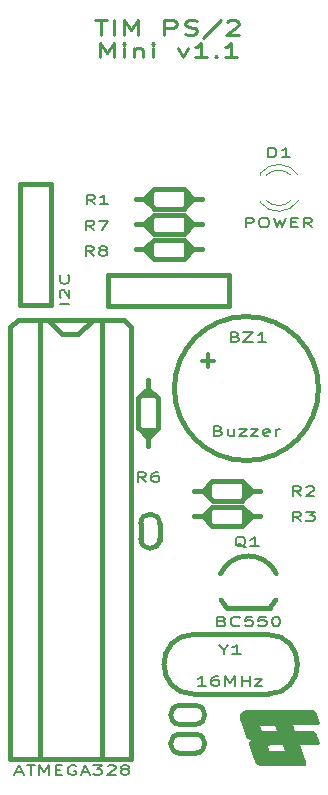
<source format=gbr>
%TF.GenerationSoftware,KiCad,Pcbnew,8.0.5*%
%TF.CreationDate,2024-11-15T12:40:48+00:00*%
%TF.ProjectId,TIMPS2KeyMini,54494d50-5332-44b6-9579-4d696e692e6b,rev?*%
%TF.SameCoordinates,Original*%
%TF.FileFunction,Legend,Top*%
%TF.FilePolarity,Positive*%
%FSLAX46Y46*%
G04 Gerber Fmt 4.6, Leading zero omitted, Abs format (unit mm)*
G04 Created by KiCad (PCBNEW 8.0.5) date 2024-11-15 12:40:48*
%MOMM*%
%LPD*%
G01*
G04 APERTURE LIST*
%ADD10C,0.240000*%
%ADD11C,0.200000*%
%ADD12C,0.300000*%
%ADD13C,0.400000*%
%ADD14C,0.120000*%
%ADD15C,0.000000*%
G04 APERTURE END LIST*
D10*
X119435713Y-39508729D02*
X120464285Y-39508729D01*
X119949999Y-40708729D02*
X119949999Y-39508729D01*
X121064285Y-40708729D02*
X121064285Y-39508729D01*
X121921428Y-40708729D02*
X121921428Y-39508729D01*
X121921428Y-39508729D02*
X122521428Y-40365872D01*
X122521428Y-40365872D02*
X123121428Y-39508729D01*
X123121428Y-39508729D02*
X123121428Y-40708729D01*
X125350000Y-40708729D02*
X125350000Y-39508729D01*
X125350000Y-39508729D02*
X126035714Y-39508729D01*
X126035714Y-39508729D02*
X126207143Y-39565872D01*
X126207143Y-39565872D02*
X126292857Y-39623015D01*
X126292857Y-39623015D02*
X126378571Y-39737301D01*
X126378571Y-39737301D02*
X126378571Y-39908729D01*
X126378571Y-39908729D02*
X126292857Y-40023015D01*
X126292857Y-40023015D02*
X126207143Y-40080158D01*
X126207143Y-40080158D02*
X126035714Y-40137301D01*
X126035714Y-40137301D02*
X125350000Y-40137301D01*
X127064286Y-40651587D02*
X127321429Y-40708729D01*
X127321429Y-40708729D02*
X127750000Y-40708729D01*
X127750000Y-40708729D02*
X127921429Y-40651587D01*
X127921429Y-40651587D02*
X128007143Y-40594444D01*
X128007143Y-40594444D02*
X128092857Y-40480158D01*
X128092857Y-40480158D02*
X128092857Y-40365872D01*
X128092857Y-40365872D02*
X128007143Y-40251587D01*
X128007143Y-40251587D02*
X127921429Y-40194444D01*
X127921429Y-40194444D02*
X127750000Y-40137301D01*
X127750000Y-40137301D02*
X127407143Y-40080158D01*
X127407143Y-40080158D02*
X127235714Y-40023015D01*
X127235714Y-40023015D02*
X127150000Y-39965872D01*
X127150000Y-39965872D02*
X127064286Y-39851587D01*
X127064286Y-39851587D02*
X127064286Y-39737301D01*
X127064286Y-39737301D02*
X127150000Y-39623015D01*
X127150000Y-39623015D02*
X127235714Y-39565872D01*
X127235714Y-39565872D02*
X127407143Y-39508729D01*
X127407143Y-39508729D02*
X127835714Y-39508729D01*
X127835714Y-39508729D02*
X128092857Y-39565872D01*
X130150000Y-39451587D02*
X128607143Y-40994444D01*
X130664286Y-39623015D02*
X130750000Y-39565872D01*
X130750000Y-39565872D02*
X130921429Y-39508729D01*
X130921429Y-39508729D02*
X131350000Y-39508729D01*
X131350000Y-39508729D02*
X131521429Y-39565872D01*
X131521429Y-39565872D02*
X131607143Y-39623015D01*
X131607143Y-39623015D02*
X131692857Y-39737301D01*
X131692857Y-39737301D02*
X131692857Y-39851587D01*
X131692857Y-39851587D02*
X131607143Y-40023015D01*
X131607143Y-40023015D02*
X130578571Y-40708729D01*
X130578571Y-40708729D02*
X131692857Y-40708729D01*
X119864285Y-42640662D02*
X119864285Y-41440662D01*
X119864285Y-41440662D02*
X120464285Y-42297805D01*
X120464285Y-42297805D02*
X121064285Y-41440662D01*
X121064285Y-41440662D02*
X121064285Y-42640662D01*
X121921428Y-42640662D02*
X121921428Y-41840662D01*
X121921428Y-41440662D02*
X121835714Y-41497805D01*
X121835714Y-41497805D02*
X121921428Y-41554948D01*
X121921428Y-41554948D02*
X122007142Y-41497805D01*
X122007142Y-41497805D02*
X121921428Y-41440662D01*
X121921428Y-41440662D02*
X121921428Y-41554948D01*
X122778571Y-41840662D02*
X122778571Y-42640662D01*
X122778571Y-41954948D02*
X122864285Y-41897805D01*
X122864285Y-41897805D02*
X123035714Y-41840662D01*
X123035714Y-41840662D02*
X123292857Y-41840662D01*
X123292857Y-41840662D02*
X123464285Y-41897805D01*
X123464285Y-41897805D02*
X123550000Y-42012091D01*
X123550000Y-42012091D02*
X123550000Y-42640662D01*
X124407142Y-42640662D02*
X124407142Y-41840662D01*
X124407142Y-41440662D02*
X124321428Y-41497805D01*
X124321428Y-41497805D02*
X124407142Y-41554948D01*
X124407142Y-41554948D02*
X124492856Y-41497805D01*
X124492856Y-41497805D02*
X124407142Y-41440662D01*
X124407142Y-41440662D02*
X124407142Y-41554948D01*
X126464285Y-41840662D02*
X126892857Y-42640662D01*
X126892857Y-42640662D02*
X127321428Y-41840662D01*
X128950000Y-42640662D02*
X127921429Y-42640662D01*
X128435714Y-42640662D02*
X128435714Y-41440662D01*
X128435714Y-41440662D02*
X128264286Y-41612091D01*
X128264286Y-41612091D02*
X128092857Y-41726377D01*
X128092857Y-41726377D02*
X127921429Y-41783520D01*
X129721429Y-42526377D02*
X129807143Y-42583520D01*
X129807143Y-42583520D02*
X129721429Y-42640662D01*
X129721429Y-42640662D02*
X129635715Y-42583520D01*
X129635715Y-42583520D02*
X129721429Y-42526377D01*
X129721429Y-42526377D02*
X129721429Y-42640662D01*
X131521429Y-42640662D02*
X130492858Y-42640662D01*
X131007143Y-42640662D02*
X131007143Y-41440662D01*
X131007143Y-41440662D02*
X130835715Y-41612091D01*
X130835715Y-41612091D02*
X130664286Y-41726377D01*
X130664286Y-41726377D02*
X130492858Y-41783520D01*
D11*
X131352857Y-66310647D02*
X131524285Y-66348742D01*
X131524285Y-66348742D02*
X131581428Y-66386838D01*
X131581428Y-66386838D02*
X131638571Y-66463028D01*
X131638571Y-66463028D02*
X131638571Y-66577314D01*
X131638571Y-66577314D02*
X131581428Y-66653504D01*
X131581428Y-66653504D02*
X131524285Y-66691600D01*
X131524285Y-66691600D02*
X131410000Y-66729695D01*
X131410000Y-66729695D02*
X130952857Y-66729695D01*
X130952857Y-66729695D02*
X130952857Y-65929695D01*
X130952857Y-65929695D02*
X131352857Y-65929695D01*
X131352857Y-65929695D02*
X131467143Y-65967790D01*
X131467143Y-65967790D02*
X131524285Y-66005885D01*
X131524285Y-66005885D02*
X131581428Y-66082076D01*
X131581428Y-66082076D02*
X131581428Y-66158266D01*
X131581428Y-66158266D02*
X131524285Y-66234457D01*
X131524285Y-66234457D02*
X131467143Y-66272552D01*
X131467143Y-66272552D02*
X131352857Y-66310647D01*
X131352857Y-66310647D02*
X130952857Y-66310647D01*
X132038571Y-65929695D02*
X132838571Y-65929695D01*
X132838571Y-65929695D02*
X132038571Y-66729695D01*
X132038571Y-66729695D02*
X132838571Y-66729695D01*
X133924285Y-66729695D02*
X133238571Y-66729695D01*
X133581428Y-66729695D02*
X133581428Y-65929695D01*
X133581428Y-65929695D02*
X133467142Y-66043980D01*
X133467142Y-66043980D02*
X133352857Y-66120171D01*
X133352857Y-66120171D02*
X133238571Y-66158266D01*
X129915714Y-74260647D02*
X130087142Y-74298742D01*
X130087142Y-74298742D02*
X130144285Y-74336838D01*
X130144285Y-74336838D02*
X130201428Y-74413028D01*
X130201428Y-74413028D02*
X130201428Y-74527314D01*
X130201428Y-74527314D02*
X130144285Y-74603504D01*
X130144285Y-74603504D02*
X130087142Y-74641600D01*
X130087142Y-74641600D02*
X129972857Y-74679695D01*
X129972857Y-74679695D02*
X129515714Y-74679695D01*
X129515714Y-74679695D02*
X129515714Y-73879695D01*
X129515714Y-73879695D02*
X129915714Y-73879695D01*
X129915714Y-73879695D02*
X130030000Y-73917790D01*
X130030000Y-73917790D02*
X130087142Y-73955885D01*
X130087142Y-73955885D02*
X130144285Y-74032076D01*
X130144285Y-74032076D02*
X130144285Y-74108266D01*
X130144285Y-74108266D02*
X130087142Y-74184457D01*
X130087142Y-74184457D02*
X130030000Y-74222552D01*
X130030000Y-74222552D02*
X129915714Y-74260647D01*
X129915714Y-74260647D02*
X129515714Y-74260647D01*
X131230000Y-74146361D02*
X131230000Y-74679695D01*
X130715714Y-74146361D02*
X130715714Y-74565409D01*
X130715714Y-74565409D02*
X130772857Y-74641600D01*
X130772857Y-74641600D02*
X130887142Y-74679695D01*
X130887142Y-74679695D02*
X131058571Y-74679695D01*
X131058571Y-74679695D02*
X131172857Y-74641600D01*
X131172857Y-74641600D02*
X131230000Y-74603504D01*
X131687142Y-74146361D02*
X132315714Y-74146361D01*
X132315714Y-74146361D02*
X131687142Y-74679695D01*
X131687142Y-74679695D02*
X132315714Y-74679695D01*
X132658571Y-74146361D02*
X133287143Y-74146361D01*
X133287143Y-74146361D02*
X132658571Y-74679695D01*
X132658571Y-74679695D02*
X133287143Y-74679695D01*
X134201429Y-74641600D02*
X134087143Y-74679695D01*
X134087143Y-74679695D02*
X133858572Y-74679695D01*
X133858572Y-74679695D02*
X133744286Y-74641600D01*
X133744286Y-74641600D02*
X133687143Y-74565409D01*
X133687143Y-74565409D02*
X133687143Y-74260647D01*
X133687143Y-74260647D02*
X133744286Y-74184457D01*
X133744286Y-74184457D02*
X133858572Y-74146361D01*
X133858572Y-74146361D02*
X134087143Y-74146361D01*
X134087143Y-74146361D02*
X134201429Y-74184457D01*
X134201429Y-74184457D02*
X134258572Y-74260647D01*
X134258572Y-74260647D02*
X134258572Y-74336838D01*
X134258572Y-74336838D02*
X133687143Y-74413028D01*
X134772857Y-74679695D02*
X134772857Y-74146361D01*
X134772857Y-74298742D02*
X134830000Y-74222552D01*
X134830000Y-74222552D02*
X134887143Y-74184457D01*
X134887143Y-74184457D02*
X135001428Y-74146361D01*
X135001428Y-74146361D02*
X135115714Y-74146361D01*
D12*
X128496667Y-68308733D02*
X129563334Y-68308733D01*
X129030000Y-68842066D02*
X129030000Y-67775400D01*
D11*
X132235714Y-84115885D02*
X132121428Y-84077790D01*
X132121428Y-84077790D02*
X132007142Y-84001600D01*
X132007142Y-84001600D02*
X131835714Y-83887314D01*
X131835714Y-83887314D02*
X131721428Y-83849219D01*
X131721428Y-83849219D02*
X131607142Y-83849219D01*
X131664285Y-84039695D02*
X131550000Y-84001600D01*
X131550000Y-84001600D02*
X131435714Y-83925409D01*
X131435714Y-83925409D02*
X131378571Y-83773028D01*
X131378571Y-83773028D02*
X131378571Y-83506361D01*
X131378571Y-83506361D02*
X131435714Y-83353980D01*
X131435714Y-83353980D02*
X131550000Y-83277790D01*
X131550000Y-83277790D02*
X131664285Y-83239695D01*
X131664285Y-83239695D02*
X131892857Y-83239695D01*
X131892857Y-83239695D02*
X132007142Y-83277790D01*
X132007142Y-83277790D02*
X132121428Y-83353980D01*
X132121428Y-83353980D02*
X132178571Y-83506361D01*
X132178571Y-83506361D02*
X132178571Y-83773028D01*
X132178571Y-83773028D02*
X132121428Y-83925409D01*
X132121428Y-83925409D02*
X132007142Y-84001600D01*
X132007142Y-84001600D02*
X131892857Y-84039695D01*
X131892857Y-84039695D02*
X131664285Y-84039695D01*
X133321428Y-84039695D02*
X132635714Y-84039695D01*
X132978571Y-84039695D02*
X132978571Y-83239695D01*
X132978571Y-83239695D02*
X132864285Y-83353980D01*
X132864285Y-83353980D02*
X132750000Y-83430171D01*
X132750000Y-83430171D02*
X132635714Y-83468266D01*
X130221429Y-90380647D02*
X130392857Y-90418742D01*
X130392857Y-90418742D02*
X130450000Y-90456838D01*
X130450000Y-90456838D02*
X130507143Y-90533028D01*
X130507143Y-90533028D02*
X130507143Y-90647314D01*
X130507143Y-90647314D02*
X130450000Y-90723504D01*
X130450000Y-90723504D02*
X130392857Y-90761600D01*
X130392857Y-90761600D02*
X130278572Y-90799695D01*
X130278572Y-90799695D02*
X129821429Y-90799695D01*
X129821429Y-90799695D02*
X129821429Y-89999695D01*
X129821429Y-89999695D02*
X130221429Y-89999695D01*
X130221429Y-89999695D02*
X130335715Y-90037790D01*
X130335715Y-90037790D02*
X130392857Y-90075885D01*
X130392857Y-90075885D02*
X130450000Y-90152076D01*
X130450000Y-90152076D02*
X130450000Y-90228266D01*
X130450000Y-90228266D02*
X130392857Y-90304457D01*
X130392857Y-90304457D02*
X130335715Y-90342552D01*
X130335715Y-90342552D02*
X130221429Y-90380647D01*
X130221429Y-90380647D02*
X129821429Y-90380647D01*
X131707143Y-90723504D02*
X131650000Y-90761600D01*
X131650000Y-90761600D02*
X131478572Y-90799695D01*
X131478572Y-90799695D02*
X131364286Y-90799695D01*
X131364286Y-90799695D02*
X131192857Y-90761600D01*
X131192857Y-90761600D02*
X131078572Y-90685409D01*
X131078572Y-90685409D02*
X131021429Y-90609219D01*
X131021429Y-90609219D02*
X130964286Y-90456838D01*
X130964286Y-90456838D02*
X130964286Y-90342552D01*
X130964286Y-90342552D02*
X131021429Y-90190171D01*
X131021429Y-90190171D02*
X131078572Y-90113980D01*
X131078572Y-90113980D02*
X131192857Y-90037790D01*
X131192857Y-90037790D02*
X131364286Y-89999695D01*
X131364286Y-89999695D02*
X131478572Y-89999695D01*
X131478572Y-89999695D02*
X131650000Y-90037790D01*
X131650000Y-90037790D02*
X131707143Y-90075885D01*
X132792857Y-89999695D02*
X132221429Y-89999695D01*
X132221429Y-89999695D02*
X132164286Y-90380647D01*
X132164286Y-90380647D02*
X132221429Y-90342552D01*
X132221429Y-90342552D02*
X132335715Y-90304457D01*
X132335715Y-90304457D02*
X132621429Y-90304457D01*
X132621429Y-90304457D02*
X132735715Y-90342552D01*
X132735715Y-90342552D02*
X132792857Y-90380647D01*
X132792857Y-90380647D02*
X132850000Y-90456838D01*
X132850000Y-90456838D02*
X132850000Y-90647314D01*
X132850000Y-90647314D02*
X132792857Y-90723504D01*
X132792857Y-90723504D02*
X132735715Y-90761600D01*
X132735715Y-90761600D02*
X132621429Y-90799695D01*
X132621429Y-90799695D02*
X132335715Y-90799695D01*
X132335715Y-90799695D02*
X132221429Y-90761600D01*
X132221429Y-90761600D02*
X132164286Y-90723504D01*
X133935714Y-89999695D02*
X133364286Y-89999695D01*
X133364286Y-89999695D02*
X133307143Y-90380647D01*
X133307143Y-90380647D02*
X133364286Y-90342552D01*
X133364286Y-90342552D02*
X133478572Y-90304457D01*
X133478572Y-90304457D02*
X133764286Y-90304457D01*
X133764286Y-90304457D02*
X133878572Y-90342552D01*
X133878572Y-90342552D02*
X133935714Y-90380647D01*
X133935714Y-90380647D02*
X133992857Y-90456838D01*
X133992857Y-90456838D02*
X133992857Y-90647314D01*
X133992857Y-90647314D02*
X133935714Y-90723504D01*
X133935714Y-90723504D02*
X133878572Y-90761600D01*
X133878572Y-90761600D02*
X133764286Y-90799695D01*
X133764286Y-90799695D02*
X133478572Y-90799695D01*
X133478572Y-90799695D02*
X133364286Y-90761600D01*
X133364286Y-90761600D02*
X133307143Y-90723504D01*
X134735714Y-89999695D02*
X134850000Y-89999695D01*
X134850000Y-89999695D02*
X134964286Y-90037790D01*
X134964286Y-90037790D02*
X135021429Y-90075885D01*
X135021429Y-90075885D02*
X135078571Y-90152076D01*
X135078571Y-90152076D02*
X135135714Y-90304457D01*
X135135714Y-90304457D02*
X135135714Y-90494933D01*
X135135714Y-90494933D02*
X135078571Y-90647314D01*
X135078571Y-90647314D02*
X135021429Y-90723504D01*
X135021429Y-90723504D02*
X134964286Y-90761600D01*
X134964286Y-90761600D02*
X134850000Y-90799695D01*
X134850000Y-90799695D02*
X134735714Y-90799695D01*
X134735714Y-90799695D02*
X134621429Y-90761600D01*
X134621429Y-90761600D02*
X134564286Y-90723504D01*
X134564286Y-90723504D02*
X134507143Y-90647314D01*
X134507143Y-90647314D02*
X134450000Y-90494933D01*
X134450000Y-90494933D02*
X134450000Y-90304457D01*
X134450000Y-90304457D02*
X134507143Y-90152076D01*
X134507143Y-90152076D02*
X134564286Y-90075885D01*
X134564286Y-90075885D02*
X134621429Y-90037790D01*
X134621429Y-90037790D02*
X134735714Y-89999695D01*
X130368571Y-92788742D02*
X130368571Y-93169695D01*
X129968571Y-92369695D02*
X130368571Y-92788742D01*
X130368571Y-92788742D02*
X130768571Y-92369695D01*
X131797142Y-93169695D02*
X131111428Y-93169695D01*
X131454285Y-93169695D02*
X131454285Y-92369695D01*
X131454285Y-92369695D02*
X131339999Y-92483980D01*
X131339999Y-92483980D02*
X131225714Y-92560171D01*
X131225714Y-92560171D02*
X131111428Y-92598266D01*
X128851428Y-95839695D02*
X128165714Y-95839695D01*
X128508571Y-95839695D02*
X128508571Y-95039695D01*
X128508571Y-95039695D02*
X128394285Y-95153980D01*
X128394285Y-95153980D02*
X128280000Y-95230171D01*
X128280000Y-95230171D02*
X128165714Y-95268266D01*
X129880000Y-95039695D02*
X129651428Y-95039695D01*
X129651428Y-95039695D02*
X129537142Y-95077790D01*
X129537142Y-95077790D02*
X129480000Y-95115885D01*
X129480000Y-95115885D02*
X129365714Y-95230171D01*
X129365714Y-95230171D02*
X129308571Y-95382552D01*
X129308571Y-95382552D02*
X129308571Y-95687314D01*
X129308571Y-95687314D02*
X129365714Y-95763504D01*
X129365714Y-95763504D02*
X129422857Y-95801600D01*
X129422857Y-95801600D02*
X129537142Y-95839695D01*
X129537142Y-95839695D02*
X129765714Y-95839695D01*
X129765714Y-95839695D02*
X129880000Y-95801600D01*
X129880000Y-95801600D02*
X129937142Y-95763504D01*
X129937142Y-95763504D02*
X129994285Y-95687314D01*
X129994285Y-95687314D02*
X129994285Y-95496838D01*
X129994285Y-95496838D02*
X129937142Y-95420647D01*
X129937142Y-95420647D02*
X129880000Y-95382552D01*
X129880000Y-95382552D02*
X129765714Y-95344457D01*
X129765714Y-95344457D02*
X129537142Y-95344457D01*
X129537142Y-95344457D02*
X129422857Y-95382552D01*
X129422857Y-95382552D02*
X129365714Y-95420647D01*
X129365714Y-95420647D02*
X129308571Y-95496838D01*
X130508571Y-95839695D02*
X130508571Y-95039695D01*
X130508571Y-95039695D02*
X130908571Y-95611123D01*
X130908571Y-95611123D02*
X131308571Y-95039695D01*
X131308571Y-95039695D02*
X131308571Y-95839695D01*
X131880000Y-95839695D02*
X131880000Y-95039695D01*
X131880000Y-95420647D02*
X132565714Y-95420647D01*
X132565714Y-95839695D02*
X132565714Y-95039695D01*
X133022857Y-95306361D02*
X133651429Y-95306361D01*
X133651429Y-95306361D02*
X133022857Y-95839695D01*
X133022857Y-95839695D02*
X133651429Y-95839695D01*
X134129286Y-51089695D02*
X134129286Y-50289695D01*
X134129286Y-50289695D02*
X134415000Y-50289695D01*
X134415000Y-50289695D02*
X134586429Y-50327790D01*
X134586429Y-50327790D02*
X134700714Y-50403980D01*
X134700714Y-50403980D02*
X134757857Y-50480171D01*
X134757857Y-50480171D02*
X134815000Y-50632552D01*
X134815000Y-50632552D02*
X134815000Y-50746838D01*
X134815000Y-50746838D02*
X134757857Y-50899219D01*
X134757857Y-50899219D02*
X134700714Y-50975409D01*
X134700714Y-50975409D02*
X134586429Y-51051600D01*
X134586429Y-51051600D02*
X134415000Y-51089695D01*
X134415000Y-51089695D02*
X134129286Y-51089695D01*
X135957857Y-51089695D02*
X135272143Y-51089695D01*
X135615000Y-51089695D02*
X135615000Y-50289695D01*
X135615000Y-50289695D02*
X135500714Y-50403980D01*
X135500714Y-50403980D02*
X135386429Y-50480171D01*
X135386429Y-50480171D02*
X135272143Y-50518266D01*
X132243571Y-57009695D02*
X132243571Y-56209695D01*
X132243571Y-56209695D02*
X132700714Y-56209695D01*
X132700714Y-56209695D02*
X132814999Y-56247790D01*
X132814999Y-56247790D02*
X132872142Y-56285885D01*
X132872142Y-56285885D02*
X132929285Y-56362076D01*
X132929285Y-56362076D02*
X132929285Y-56476361D01*
X132929285Y-56476361D02*
X132872142Y-56552552D01*
X132872142Y-56552552D02*
X132814999Y-56590647D01*
X132814999Y-56590647D02*
X132700714Y-56628742D01*
X132700714Y-56628742D02*
X132243571Y-56628742D01*
X133672142Y-56209695D02*
X133900714Y-56209695D01*
X133900714Y-56209695D02*
X134014999Y-56247790D01*
X134014999Y-56247790D02*
X134129285Y-56323980D01*
X134129285Y-56323980D02*
X134186428Y-56476361D01*
X134186428Y-56476361D02*
X134186428Y-56743028D01*
X134186428Y-56743028D02*
X134129285Y-56895409D01*
X134129285Y-56895409D02*
X134014999Y-56971600D01*
X134014999Y-56971600D02*
X133900714Y-57009695D01*
X133900714Y-57009695D02*
X133672142Y-57009695D01*
X133672142Y-57009695D02*
X133557857Y-56971600D01*
X133557857Y-56971600D02*
X133443571Y-56895409D01*
X133443571Y-56895409D02*
X133386428Y-56743028D01*
X133386428Y-56743028D02*
X133386428Y-56476361D01*
X133386428Y-56476361D02*
X133443571Y-56323980D01*
X133443571Y-56323980D02*
X133557857Y-56247790D01*
X133557857Y-56247790D02*
X133672142Y-56209695D01*
X134586428Y-56209695D02*
X134872142Y-57009695D01*
X134872142Y-57009695D02*
X135100714Y-56438266D01*
X135100714Y-56438266D02*
X135329285Y-57009695D01*
X135329285Y-57009695D02*
X135615000Y-56209695D01*
X136072143Y-56590647D02*
X136472143Y-56590647D01*
X136643571Y-57009695D02*
X136072143Y-57009695D01*
X136072143Y-57009695D02*
X136072143Y-56209695D01*
X136072143Y-56209695D02*
X136643571Y-56209695D01*
X137843571Y-57009695D02*
X137443571Y-56628742D01*
X137157857Y-57009695D02*
X137157857Y-56209695D01*
X137157857Y-56209695D02*
X137615000Y-56209695D01*
X137615000Y-56209695D02*
X137729285Y-56247790D01*
X137729285Y-56247790D02*
X137786428Y-56285885D01*
X137786428Y-56285885D02*
X137843571Y-56362076D01*
X137843571Y-56362076D02*
X137843571Y-56476361D01*
X137843571Y-56476361D02*
X137786428Y-56552552D01*
X137786428Y-56552552D02*
X137729285Y-56590647D01*
X137729285Y-56590647D02*
X137615000Y-56628742D01*
X137615000Y-56628742D02*
X137157857Y-56628742D01*
X119450000Y-55069695D02*
X119050000Y-54688742D01*
X118764286Y-55069695D02*
X118764286Y-54269695D01*
X118764286Y-54269695D02*
X119221429Y-54269695D01*
X119221429Y-54269695D02*
X119335714Y-54307790D01*
X119335714Y-54307790D02*
X119392857Y-54345885D01*
X119392857Y-54345885D02*
X119450000Y-54422076D01*
X119450000Y-54422076D02*
X119450000Y-54536361D01*
X119450000Y-54536361D02*
X119392857Y-54612552D01*
X119392857Y-54612552D02*
X119335714Y-54650647D01*
X119335714Y-54650647D02*
X119221429Y-54688742D01*
X119221429Y-54688742D02*
X118764286Y-54688742D01*
X120592857Y-55069695D02*
X119907143Y-55069695D01*
X120250000Y-55069695D02*
X120250000Y-54269695D01*
X120250000Y-54269695D02*
X120135714Y-54383980D01*
X120135714Y-54383980D02*
X120021429Y-54460171D01*
X120021429Y-54460171D02*
X119907143Y-54498266D01*
X136900000Y-79739695D02*
X136500000Y-79358742D01*
X136214286Y-79739695D02*
X136214286Y-78939695D01*
X136214286Y-78939695D02*
X136671429Y-78939695D01*
X136671429Y-78939695D02*
X136785714Y-78977790D01*
X136785714Y-78977790D02*
X136842857Y-79015885D01*
X136842857Y-79015885D02*
X136900000Y-79092076D01*
X136900000Y-79092076D02*
X136900000Y-79206361D01*
X136900000Y-79206361D02*
X136842857Y-79282552D01*
X136842857Y-79282552D02*
X136785714Y-79320647D01*
X136785714Y-79320647D02*
X136671429Y-79358742D01*
X136671429Y-79358742D02*
X136214286Y-79358742D01*
X137357143Y-79015885D02*
X137414286Y-78977790D01*
X137414286Y-78977790D02*
X137528572Y-78939695D01*
X137528572Y-78939695D02*
X137814286Y-78939695D01*
X137814286Y-78939695D02*
X137928572Y-78977790D01*
X137928572Y-78977790D02*
X137985714Y-79015885D01*
X137985714Y-79015885D02*
X138042857Y-79092076D01*
X138042857Y-79092076D02*
X138042857Y-79168266D01*
X138042857Y-79168266D02*
X137985714Y-79282552D01*
X137985714Y-79282552D02*
X137300000Y-79739695D01*
X137300000Y-79739695D02*
X138042857Y-79739695D01*
X112760000Y-103161123D02*
X113331429Y-103161123D01*
X112645714Y-103389695D02*
X113045714Y-102589695D01*
X113045714Y-102589695D02*
X113445714Y-103389695D01*
X113674285Y-102589695D02*
X114360000Y-102589695D01*
X114017142Y-103389695D02*
X114017142Y-102589695D01*
X114760000Y-103389695D02*
X114760000Y-102589695D01*
X114760000Y-102589695D02*
X115160000Y-103161123D01*
X115160000Y-103161123D02*
X115560000Y-102589695D01*
X115560000Y-102589695D02*
X115560000Y-103389695D01*
X116131429Y-102970647D02*
X116531429Y-102970647D01*
X116702857Y-103389695D02*
X116131429Y-103389695D01*
X116131429Y-103389695D02*
X116131429Y-102589695D01*
X116131429Y-102589695D02*
X116702857Y-102589695D01*
X117845714Y-102627790D02*
X117731429Y-102589695D01*
X117731429Y-102589695D02*
X117560000Y-102589695D01*
X117560000Y-102589695D02*
X117388571Y-102627790D01*
X117388571Y-102627790D02*
X117274286Y-102703980D01*
X117274286Y-102703980D02*
X117217143Y-102780171D01*
X117217143Y-102780171D02*
X117160000Y-102932552D01*
X117160000Y-102932552D02*
X117160000Y-103046838D01*
X117160000Y-103046838D02*
X117217143Y-103199219D01*
X117217143Y-103199219D02*
X117274286Y-103275409D01*
X117274286Y-103275409D02*
X117388571Y-103351600D01*
X117388571Y-103351600D02*
X117560000Y-103389695D01*
X117560000Y-103389695D02*
X117674286Y-103389695D01*
X117674286Y-103389695D02*
X117845714Y-103351600D01*
X117845714Y-103351600D02*
X117902857Y-103313504D01*
X117902857Y-103313504D02*
X117902857Y-103046838D01*
X117902857Y-103046838D02*
X117674286Y-103046838D01*
X118360000Y-103161123D02*
X118931429Y-103161123D01*
X118245714Y-103389695D02*
X118645714Y-102589695D01*
X118645714Y-102589695D02*
X119045714Y-103389695D01*
X119331428Y-102589695D02*
X120074285Y-102589695D01*
X120074285Y-102589695D02*
X119674285Y-102894457D01*
X119674285Y-102894457D02*
X119845714Y-102894457D01*
X119845714Y-102894457D02*
X119960000Y-102932552D01*
X119960000Y-102932552D02*
X120017142Y-102970647D01*
X120017142Y-102970647D02*
X120074285Y-103046838D01*
X120074285Y-103046838D02*
X120074285Y-103237314D01*
X120074285Y-103237314D02*
X120017142Y-103313504D01*
X120017142Y-103313504D02*
X119960000Y-103351600D01*
X119960000Y-103351600D02*
X119845714Y-103389695D01*
X119845714Y-103389695D02*
X119502857Y-103389695D01*
X119502857Y-103389695D02*
X119388571Y-103351600D01*
X119388571Y-103351600D02*
X119331428Y-103313504D01*
X120531428Y-102665885D02*
X120588571Y-102627790D01*
X120588571Y-102627790D02*
X120702857Y-102589695D01*
X120702857Y-102589695D02*
X120988571Y-102589695D01*
X120988571Y-102589695D02*
X121102857Y-102627790D01*
X121102857Y-102627790D02*
X121159999Y-102665885D01*
X121159999Y-102665885D02*
X121217142Y-102742076D01*
X121217142Y-102742076D02*
X121217142Y-102818266D01*
X121217142Y-102818266D02*
X121159999Y-102932552D01*
X121159999Y-102932552D02*
X120474285Y-103389695D01*
X120474285Y-103389695D02*
X121217142Y-103389695D01*
X121902856Y-102932552D02*
X121788571Y-102894457D01*
X121788571Y-102894457D02*
X121731428Y-102856361D01*
X121731428Y-102856361D02*
X121674285Y-102780171D01*
X121674285Y-102780171D02*
X121674285Y-102742076D01*
X121674285Y-102742076D02*
X121731428Y-102665885D01*
X121731428Y-102665885D02*
X121788571Y-102627790D01*
X121788571Y-102627790D02*
X121902856Y-102589695D01*
X121902856Y-102589695D02*
X122131428Y-102589695D01*
X122131428Y-102589695D02*
X122245714Y-102627790D01*
X122245714Y-102627790D02*
X122302856Y-102665885D01*
X122302856Y-102665885D02*
X122359999Y-102742076D01*
X122359999Y-102742076D02*
X122359999Y-102780171D01*
X122359999Y-102780171D02*
X122302856Y-102856361D01*
X122302856Y-102856361D02*
X122245714Y-102894457D01*
X122245714Y-102894457D02*
X122131428Y-102932552D01*
X122131428Y-102932552D02*
X121902856Y-102932552D01*
X121902856Y-102932552D02*
X121788571Y-102970647D01*
X121788571Y-102970647D02*
X121731428Y-103008742D01*
X121731428Y-103008742D02*
X121674285Y-103084933D01*
X121674285Y-103084933D02*
X121674285Y-103237314D01*
X121674285Y-103237314D02*
X121731428Y-103313504D01*
X121731428Y-103313504D02*
X121788571Y-103351600D01*
X121788571Y-103351600D02*
X121902856Y-103389695D01*
X121902856Y-103389695D02*
X122131428Y-103389695D01*
X122131428Y-103389695D02*
X122245714Y-103351600D01*
X122245714Y-103351600D02*
X122302856Y-103313504D01*
X122302856Y-103313504D02*
X122359999Y-103237314D01*
X122359999Y-103237314D02*
X122359999Y-103084933D01*
X122359999Y-103084933D02*
X122302856Y-103008742D01*
X122302856Y-103008742D02*
X122245714Y-102970647D01*
X122245714Y-102970647D02*
X122131428Y-102932552D01*
X119360000Y-59429695D02*
X118960000Y-59048742D01*
X118674286Y-59429695D02*
X118674286Y-58629695D01*
X118674286Y-58629695D02*
X119131429Y-58629695D01*
X119131429Y-58629695D02*
X119245714Y-58667790D01*
X119245714Y-58667790D02*
X119302857Y-58705885D01*
X119302857Y-58705885D02*
X119360000Y-58782076D01*
X119360000Y-58782076D02*
X119360000Y-58896361D01*
X119360000Y-58896361D02*
X119302857Y-58972552D01*
X119302857Y-58972552D02*
X119245714Y-59010647D01*
X119245714Y-59010647D02*
X119131429Y-59048742D01*
X119131429Y-59048742D02*
X118674286Y-59048742D01*
X120045714Y-58972552D02*
X119931429Y-58934457D01*
X119931429Y-58934457D02*
X119874286Y-58896361D01*
X119874286Y-58896361D02*
X119817143Y-58820171D01*
X119817143Y-58820171D02*
X119817143Y-58782076D01*
X119817143Y-58782076D02*
X119874286Y-58705885D01*
X119874286Y-58705885D02*
X119931429Y-58667790D01*
X119931429Y-58667790D02*
X120045714Y-58629695D01*
X120045714Y-58629695D02*
X120274286Y-58629695D01*
X120274286Y-58629695D02*
X120388572Y-58667790D01*
X120388572Y-58667790D02*
X120445714Y-58705885D01*
X120445714Y-58705885D02*
X120502857Y-58782076D01*
X120502857Y-58782076D02*
X120502857Y-58820171D01*
X120502857Y-58820171D02*
X120445714Y-58896361D01*
X120445714Y-58896361D02*
X120388572Y-58934457D01*
X120388572Y-58934457D02*
X120274286Y-58972552D01*
X120274286Y-58972552D02*
X120045714Y-58972552D01*
X120045714Y-58972552D02*
X119931429Y-59010647D01*
X119931429Y-59010647D02*
X119874286Y-59048742D01*
X119874286Y-59048742D02*
X119817143Y-59124933D01*
X119817143Y-59124933D02*
X119817143Y-59277314D01*
X119817143Y-59277314D02*
X119874286Y-59353504D01*
X119874286Y-59353504D02*
X119931429Y-59391600D01*
X119931429Y-59391600D02*
X120045714Y-59429695D01*
X120045714Y-59429695D02*
X120274286Y-59429695D01*
X120274286Y-59429695D02*
X120388572Y-59391600D01*
X120388572Y-59391600D02*
X120445714Y-59353504D01*
X120445714Y-59353504D02*
X120502857Y-59277314D01*
X120502857Y-59277314D02*
X120502857Y-59124933D01*
X120502857Y-59124933D02*
X120445714Y-59048742D01*
X120445714Y-59048742D02*
X120388572Y-59010647D01*
X120388572Y-59010647D02*
X120274286Y-58972552D01*
X117289695Y-63501428D02*
X116489695Y-63501428D01*
X116565885Y-62987142D02*
X116527790Y-62929999D01*
X116527790Y-62929999D02*
X116489695Y-62815714D01*
X116489695Y-62815714D02*
X116489695Y-62529999D01*
X116489695Y-62529999D02*
X116527790Y-62415714D01*
X116527790Y-62415714D02*
X116565885Y-62358571D01*
X116565885Y-62358571D02*
X116642076Y-62301428D01*
X116642076Y-62301428D02*
X116718266Y-62301428D01*
X116718266Y-62301428D02*
X116832552Y-62358571D01*
X116832552Y-62358571D02*
X117289695Y-63044285D01*
X117289695Y-63044285D02*
X117289695Y-62301428D01*
X117213504Y-61101428D02*
X117251600Y-61158571D01*
X117251600Y-61158571D02*
X117289695Y-61329999D01*
X117289695Y-61329999D02*
X117289695Y-61444285D01*
X117289695Y-61444285D02*
X117251600Y-61615714D01*
X117251600Y-61615714D02*
X117175409Y-61729999D01*
X117175409Y-61729999D02*
X117099219Y-61787142D01*
X117099219Y-61787142D02*
X116946838Y-61844285D01*
X116946838Y-61844285D02*
X116832552Y-61844285D01*
X116832552Y-61844285D02*
X116680171Y-61787142D01*
X116680171Y-61787142D02*
X116603980Y-61729999D01*
X116603980Y-61729999D02*
X116527790Y-61615714D01*
X116527790Y-61615714D02*
X116489695Y-61444285D01*
X116489695Y-61444285D02*
X116489695Y-61329999D01*
X116489695Y-61329999D02*
X116527790Y-61158571D01*
X116527790Y-61158571D02*
X116565885Y-61101428D01*
X119390000Y-57259695D02*
X118990000Y-56878742D01*
X118704286Y-57259695D02*
X118704286Y-56459695D01*
X118704286Y-56459695D02*
X119161429Y-56459695D01*
X119161429Y-56459695D02*
X119275714Y-56497790D01*
X119275714Y-56497790D02*
X119332857Y-56535885D01*
X119332857Y-56535885D02*
X119390000Y-56612076D01*
X119390000Y-56612076D02*
X119390000Y-56726361D01*
X119390000Y-56726361D02*
X119332857Y-56802552D01*
X119332857Y-56802552D02*
X119275714Y-56840647D01*
X119275714Y-56840647D02*
X119161429Y-56878742D01*
X119161429Y-56878742D02*
X118704286Y-56878742D01*
X119790000Y-56459695D02*
X120590000Y-56459695D01*
X120590000Y-56459695D02*
X120075714Y-57259695D01*
X123780000Y-78559695D02*
X123380000Y-78178742D01*
X123094286Y-78559695D02*
X123094286Y-77759695D01*
X123094286Y-77759695D02*
X123551429Y-77759695D01*
X123551429Y-77759695D02*
X123665714Y-77797790D01*
X123665714Y-77797790D02*
X123722857Y-77835885D01*
X123722857Y-77835885D02*
X123780000Y-77912076D01*
X123780000Y-77912076D02*
X123780000Y-78026361D01*
X123780000Y-78026361D02*
X123722857Y-78102552D01*
X123722857Y-78102552D02*
X123665714Y-78140647D01*
X123665714Y-78140647D02*
X123551429Y-78178742D01*
X123551429Y-78178742D02*
X123094286Y-78178742D01*
X124808572Y-77759695D02*
X124580000Y-77759695D01*
X124580000Y-77759695D02*
X124465714Y-77797790D01*
X124465714Y-77797790D02*
X124408572Y-77835885D01*
X124408572Y-77835885D02*
X124294286Y-77950171D01*
X124294286Y-77950171D02*
X124237143Y-78102552D01*
X124237143Y-78102552D02*
X124237143Y-78407314D01*
X124237143Y-78407314D02*
X124294286Y-78483504D01*
X124294286Y-78483504D02*
X124351429Y-78521600D01*
X124351429Y-78521600D02*
X124465714Y-78559695D01*
X124465714Y-78559695D02*
X124694286Y-78559695D01*
X124694286Y-78559695D02*
X124808572Y-78521600D01*
X124808572Y-78521600D02*
X124865714Y-78483504D01*
X124865714Y-78483504D02*
X124922857Y-78407314D01*
X124922857Y-78407314D02*
X124922857Y-78216838D01*
X124922857Y-78216838D02*
X124865714Y-78140647D01*
X124865714Y-78140647D02*
X124808572Y-78102552D01*
X124808572Y-78102552D02*
X124694286Y-78064457D01*
X124694286Y-78064457D02*
X124465714Y-78064457D01*
X124465714Y-78064457D02*
X124351429Y-78102552D01*
X124351429Y-78102552D02*
X124294286Y-78140647D01*
X124294286Y-78140647D02*
X124237143Y-78216838D01*
X136920000Y-81919695D02*
X136520000Y-81538742D01*
X136234286Y-81919695D02*
X136234286Y-81119695D01*
X136234286Y-81119695D02*
X136691429Y-81119695D01*
X136691429Y-81119695D02*
X136805714Y-81157790D01*
X136805714Y-81157790D02*
X136862857Y-81195885D01*
X136862857Y-81195885D02*
X136920000Y-81272076D01*
X136920000Y-81272076D02*
X136920000Y-81386361D01*
X136920000Y-81386361D02*
X136862857Y-81462552D01*
X136862857Y-81462552D02*
X136805714Y-81500647D01*
X136805714Y-81500647D02*
X136691429Y-81538742D01*
X136691429Y-81538742D02*
X136234286Y-81538742D01*
X137320000Y-81119695D02*
X138062857Y-81119695D01*
X138062857Y-81119695D02*
X137662857Y-81424457D01*
X137662857Y-81424457D02*
X137834286Y-81424457D01*
X137834286Y-81424457D02*
X137948572Y-81462552D01*
X137948572Y-81462552D02*
X138005714Y-81500647D01*
X138005714Y-81500647D02*
X138062857Y-81576838D01*
X138062857Y-81576838D02*
X138062857Y-81767314D01*
X138062857Y-81767314D02*
X138005714Y-81843504D01*
X138005714Y-81843504D02*
X137948572Y-81881600D01*
X137948572Y-81881600D02*
X137834286Y-81919695D01*
X137834286Y-81919695D02*
X137491429Y-81919695D01*
X137491429Y-81919695D02*
X137377143Y-81881600D01*
X137377143Y-81881600D02*
X137320000Y-81843504D01*
D13*
%TO.C,BZ1*%
X138390000Y-70680000D02*
G75*
G02*
X126190000Y-70680000I-6100000J0D01*
G01*
X126190000Y-70680000D02*
G75*
G02*
X138390000Y-70680000I6100000J0D01*
G01*
%TO.C,C2*%
X123340000Y-82110000D02*
X123340000Y-83449433D01*
X124940068Y-82110051D02*
X124940000Y-83479717D01*
X123340000Y-82099484D02*
G75*
G02*
X124940070Y-82110051I800000J-10566D01*
G01*
X124940000Y-83420516D02*
G75*
G02*
X123339930Y-83409949I-800000J10566D01*
G01*
%TO.C,J5*%
X120585000Y-61045000D02*
X130795000Y-61045000D01*
X120585000Y-63705000D02*
X120585000Y-61045000D01*
X120585000Y-63705000D02*
X130795000Y-63695000D01*
X130795000Y-63695000D02*
X130795000Y-61045000D01*
%TO.C,Q1*%
X130660000Y-89300000D02*
X134260000Y-89300000D01*
X130103600Y-86351193D02*
G75*
G02*
X132460000Y-84850000I2356400J-1098807D01*
G01*
X130660000Y-89300000D02*
G75*
G02*
X130135816Y-88572795I1800000J1850000D01*
G01*
X132460000Y-84850000D02*
G75*
G02*
X134816400Y-86351193I0J-2600000D01*
G01*
X134784184Y-88572795D02*
G75*
G02*
X134260000Y-89300000I-2324184J1122795D01*
G01*
%TO.C,Y1*%
X127835000Y-91505000D02*
X134085000Y-91505000D01*
X127835000Y-96555000D02*
X134085000Y-96555000D01*
X127835000Y-96555000D02*
G75*
G02*
X127835000Y-91505000I0J2525000D01*
G01*
X134085000Y-91505000D02*
G75*
G02*
X134085000Y-96555000I0J-2525000D01*
G01*
D14*
%TO.C,D1*%
X133455000Y-52454000D02*
X133455000Y-52610000D01*
X133455000Y-54770000D02*
X133455000Y-54926000D01*
X133455000Y-52454484D02*
G75*
G02*
X136687335Y-52611392I1560000J-1235516D01*
G01*
X133974039Y-52610000D02*
G75*
G02*
X136056130Y-52610163I1040961J-1080000D01*
G01*
X136056130Y-54769837D02*
G75*
G02*
X133974039Y-54770000I-1041130J1079837D01*
G01*
X136687335Y-54768608D02*
G75*
G02*
X133455000Y-54925516I-1672335J1078608D01*
G01*
D13*
%TO.C,R1*%
X122950000Y-54645000D02*
X123660000Y-54645000D01*
X123660000Y-54645000D02*
X124452199Y-55437199D01*
X123660000Y-54645000D02*
X124477688Y-53827312D01*
X124495000Y-53820000D02*
X126145000Y-53820000D01*
X124500000Y-55440000D02*
X126140000Y-55440000D01*
X126960000Y-53820000D02*
X125320000Y-53820000D01*
X126965000Y-55440000D02*
X125315000Y-55440000D01*
X127800000Y-54615000D02*
X126982312Y-55432688D01*
X127800000Y-54615000D02*
X127007801Y-53822801D01*
X128510000Y-54615000D02*
X127800000Y-54615000D01*
D12*
X124300000Y-55285000D02*
X123660000Y-54645000D01*
X124300000Y-54005000D01*
X124300000Y-55285000D01*
G36*
X124300000Y-55285000D02*
G01*
X123660000Y-54645000D01*
X124300000Y-54005000D01*
X124300000Y-55285000D01*
G37*
X127800000Y-54615000D02*
X127160000Y-55255000D01*
X127160000Y-53975000D01*
X127800000Y-54615000D01*
G36*
X127800000Y-54615000D02*
G01*
X127160000Y-55255000D01*
X127160000Y-53975000D01*
X127800000Y-54615000D01*
G37*
D13*
%TO.C,C9*%
X127969949Y-99110068D02*
X126600283Y-99110000D01*
X127970000Y-97510000D02*
X126630567Y-97510000D01*
X126659484Y-99110000D02*
G75*
G02*
X126670051Y-97509930I10566J800000D01*
G01*
X127980516Y-97510000D02*
G75*
G02*
X127969949Y-99110070I-10566J-800000D01*
G01*
%TO.C,R2*%
X127880000Y-79365000D02*
X128590000Y-79365000D01*
X128590000Y-79365000D02*
X129382199Y-80157199D01*
X128590000Y-79365000D02*
X129407688Y-78547312D01*
X129425000Y-78540000D02*
X131075000Y-78540000D01*
X129430000Y-80160000D02*
X131070000Y-80160000D01*
X131890000Y-78540000D02*
X130250000Y-78540000D01*
X131895000Y-80160000D02*
X130245000Y-80160000D01*
X132730000Y-79335000D02*
X131912312Y-80152688D01*
X132730000Y-79335000D02*
X131937801Y-78542801D01*
X133440000Y-79335000D02*
X132730000Y-79335000D01*
D12*
X129230000Y-80005000D02*
X128590000Y-79365000D01*
X129230000Y-78725000D01*
X129230000Y-80005000D01*
G36*
X129230000Y-80005000D02*
G01*
X128590000Y-79365000D01*
X129230000Y-78725000D01*
X129230000Y-80005000D01*
G37*
X132730000Y-79335000D02*
X132090000Y-79975000D01*
X132090000Y-78695000D01*
X132730000Y-79335000D01*
G36*
X132730000Y-79335000D02*
G01*
X132090000Y-79975000D01*
X132090000Y-78695000D01*
X132730000Y-79335000D01*
G37*
D13*
%TO.C,U4*%
X112290000Y-65470000D02*
X112920000Y-64840000D01*
X112290000Y-66260000D02*
X112290000Y-65470000D01*
X112290000Y-66260000D02*
X112290000Y-102060000D01*
X112290000Y-102060000D02*
X122550000Y-102060000D01*
X112920000Y-64840000D02*
X115510000Y-64840000D01*
X114780000Y-66320000D02*
X114780000Y-64850000D01*
X114780000Y-66320000D02*
X114780000Y-102000000D01*
X115460000Y-64880000D02*
X116670000Y-66090000D01*
X116670000Y-66090000D02*
X118050000Y-66090000D01*
X119260000Y-64880000D02*
X118050000Y-66090000D01*
X120060000Y-102000000D02*
X120060000Y-66320000D01*
X120070000Y-66320000D02*
X120070000Y-64850000D01*
X121930000Y-64840000D02*
X115510000Y-64840000D01*
X122550000Y-102060000D02*
X122550000Y-66260000D01*
X122560000Y-65470000D02*
X121930000Y-64840000D01*
X122560000Y-66260000D02*
X122560000Y-65470000D01*
%TO.C,R8*%
X122950000Y-58905000D02*
X123660000Y-58905000D01*
X123660000Y-58905000D02*
X124452199Y-59697199D01*
X123660000Y-58905000D02*
X124477688Y-58087312D01*
X124495000Y-58080000D02*
X126145000Y-58080000D01*
X124500000Y-59700000D02*
X126140000Y-59700000D01*
X126960000Y-58080000D02*
X125320000Y-58080000D01*
X126965000Y-59700000D02*
X125315000Y-59700000D01*
X127800000Y-58875000D02*
X126982312Y-59692688D01*
X127800000Y-58875000D02*
X127007801Y-58082801D01*
X128510000Y-58875000D02*
X127800000Y-58875000D01*
D12*
X124300000Y-59545000D02*
X123660000Y-58905000D01*
X124300000Y-58265000D01*
X124300000Y-59545000D01*
G36*
X124300000Y-59545000D02*
G01*
X123660000Y-58905000D01*
X124300000Y-58265000D01*
X124300000Y-59545000D01*
G37*
X127800000Y-58875000D02*
X127160000Y-59515000D01*
X127160000Y-58235000D01*
X127800000Y-58875000D01*
G36*
X127800000Y-58875000D02*
G01*
X127160000Y-59515000D01*
X127160000Y-58235000D01*
X127800000Y-58875000D01*
G37*
D13*
%TO.C,J4*%
X113120000Y-63610000D02*
X113120000Y-53400000D01*
X115770000Y-53400000D02*
X113120000Y-53400000D01*
X115780000Y-63610000D02*
X113120000Y-63610000D01*
X115780000Y-63610000D02*
X115770000Y-53400000D01*
%TO.C,C10*%
X127969949Y-101550068D02*
X126600283Y-101550000D01*
X127970000Y-99950000D02*
X126630567Y-99950000D01*
X126659484Y-101550000D02*
G75*
G02*
X126670051Y-99949930I10566J800000D01*
G01*
X127980516Y-99950000D02*
G75*
G02*
X127969949Y-101550070I-10566J-800000D01*
G01*
%TO.C,R7*%
X122950000Y-56775000D02*
X123660000Y-56775000D01*
X123660000Y-56775000D02*
X124452199Y-57567199D01*
X123660000Y-56775000D02*
X124477688Y-55957312D01*
X124495000Y-55950000D02*
X126145000Y-55950000D01*
X124500000Y-57570000D02*
X126140000Y-57570000D01*
X126960000Y-55950000D02*
X125320000Y-55950000D01*
X126965000Y-57570000D02*
X125315000Y-57570000D01*
X127800000Y-56745000D02*
X126982312Y-57562688D01*
X127800000Y-56745000D02*
X127007801Y-55952801D01*
X128510000Y-56745000D02*
X127800000Y-56745000D01*
D12*
X124300000Y-57415000D02*
X123660000Y-56775000D01*
X124300000Y-56135000D01*
X124300000Y-57415000D01*
G36*
X124300000Y-57415000D02*
G01*
X123660000Y-56775000D01*
X124300000Y-56135000D01*
X124300000Y-57415000D01*
G37*
X127800000Y-56745000D02*
X127160000Y-57385000D01*
X127160000Y-56105000D01*
X127800000Y-56745000D01*
G36*
X127800000Y-56745000D02*
G01*
X127160000Y-57385000D01*
X127160000Y-56105000D01*
X127800000Y-56745000D01*
G37*
D13*
%TO.C,R6*%
X123150000Y-71530000D02*
X123150000Y-73170000D01*
X123150000Y-73995000D02*
X123150000Y-72345000D01*
X123945000Y-69980000D02*
X123945000Y-70690000D01*
X123945000Y-70690000D02*
X123152801Y-71482199D01*
X123945000Y-70690000D02*
X124762688Y-71507688D01*
X123975000Y-74830000D02*
X123157312Y-74012312D01*
X123975000Y-74830000D02*
X124767199Y-74037801D01*
X123975000Y-75540000D02*
X123975000Y-74830000D01*
X124770000Y-71525000D02*
X124770000Y-73175000D01*
X124770000Y-73990000D02*
X124770000Y-72350000D01*
D12*
X124585000Y-71330000D02*
X123305000Y-71330000D01*
X123945000Y-70690000D01*
X124585000Y-71330000D01*
G36*
X124585000Y-71330000D02*
G01*
X123305000Y-71330000D01*
X123945000Y-70690000D01*
X124585000Y-71330000D01*
G37*
X123975000Y-74830000D02*
X123335000Y-74190000D01*
X124615000Y-74190000D01*
X123975000Y-74830000D01*
G36*
X123975000Y-74830000D02*
G01*
X123335000Y-74190000D01*
X124615000Y-74190000D01*
X123975000Y-74830000D01*
G37*
D13*
%TO.C,R3*%
X127880000Y-81505000D02*
X128590000Y-81505000D01*
X128590000Y-81505000D02*
X129382199Y-82297199D01*
X128590000Y-81505000D02*
X129407688Y-80687312D01*
X129425000Y-80680000D02*
X131075000Y-80680000D01*
X129430000Y-82300000D02*
X131070000Y-82300000D01*
X131890000Y-80680000D02*
X130250000Y-80680000D01*
X131895000Y-82300000D02*
X130245000Y-82300000D01*
X132730000Y-81475000D02*
X131912312Y-82292688D01*
X132730000Y-81475000D02*
X131937801Y-80682801D01*
X133440000Y-81475000D02*
X132730000Y-81475000D01*
D12*
X129230000Y-82145000D02*
X128590000Y-81505000D01*
X129230000Y-80865000D01*
X129230000Y-82145000D01*
G36*
X129230000Y-82145000D02*
G01*
X128590000Y-81505000D01*
X129230000Y-80865000D01*
X129230000Y-82145000D01*
G37*
X132730000Y-81475000D02*
X132090000Y-82115000D01*
X132090000Y-80835000D01*
X132730000Y-81475000D01*
G36*
X132730000Y-81475000D02*
G01*
X132090000Y-82115000D01*
X132090000Y-80835000D01*
X132730000Y-81475000D01*
G37*
D15*
%TO.C,G1*%
G36*
X137812071Y-97891467D02*
G01*
X137822556Y-97891512D01*
X137860253Y-97891842D01*
X137890788Y-97892169D01*
X137915118Y-97892561D01*
X137934200Y-97893084D01*
X137948990Y-97893804D01*
X137960446Y-97894788D01*
X137969523Y-97896103D01*
X137977179Y-97897815D01*
X137984371Y-97899990D01*
X137992054Y-97902696D01*
X137994124Y-97903449D01*
X138022889Y-97914994D01*
X138046950Y-97927467D01*
X138069114Y-97942616D01*
X138092193Y-97962192D01*
X138099804Y-97969274D01*
X138136891Y-98006839D01*
X138167253Y-98043355D01*
X138191900Y-98080242D01*
X138211842Y-98118918D01*
X138219789Y-98137895D01*
X138225856Y-98153330D01*
X138231463Y-98167486D01*
X138235058Y-98176460D01*
X138238672Y-98185458D01*
X138240656Y-98190572D01*
X138240690Y-98190668D01*
X138242750Y-98195741D01*
X138244073Y-98198787D01*
X138245783Y-98203542D01*
X138249877Y-98215372D01*
X138256146Y-98233658D01*
X138264379Y-98257780D01*
X138274365Y-98287120D01*
X138285894Y-98321060D01*
X138298756Y-98358980D01*
X138312740Y-98400263D01*
X138327636Y-98444288D01*
X138342074Y-98487008D01*
X138358488Y-98535578D01*
X138374829Y-98583900D01*
X138390804Y-98631111D01*
X138406121Y-98676346D01*
X138420487Y-98718742D01*
X138433608Y-98757434D01*
X138445193Y-98791559D01*
X138454948Y-98820251D01*
X138462581Y-98842649D01*
X138466104Y-98852952D01*
X138479798Y-98894437D01*
X138490115Y-98929691D01*
X138497136Y-98959827D01*
X138500948Y-98985958D01*
X138501632Y-99009195D01*
X138499273Y-99030652D01*
X138493955Y-99051442D01*
X138485761Y-99072677D01*
X138483083Y-99078595D01*
X138471205Y-99097691D01*
X138453485Y-99117878D01*
X138431720Y-99137497D01*
X138407708Y-99154888D01*
X138388578Y-99165839D01*
X138378396Y-99170964D01*
X138369282Y-99175438D01*
X138360632Y-99179313D01*
X138351845Y-99182638D01*
X138342316Y-99185463D01*
X138331444Y-99187838D01*
X138318627Y-99189815D01*
X138303260Y-99191442D01*
X138284743Y-99192769D01*
X138262472Y-99193848D01*
X138235844Y-99194728D01*
X138204257Y-99195459D01*
X138167109Y-99196091D01*
X138123797Y-99196675D01*
X138073717Y-99197260D01*
X138016268Y-99197898D01*
X138001172Y-99198065D01*
X137962576Y-99198462D01*
X137916541Y-99198877D01*
X137863746Y-99199306D01*
X137804870Y-99199744D01*
X137740594Y-99200189D01*
X137671597Y-99200636D01*
X137598559Y-99201081D01*
X137522158Y-99201521D01*
X137443074Y-99201950D01*
X137361988Y-99202367D01*
X137279578Y-99202765D01*
X137196524Y-99203142D01*
X137113505Y-99203494D01*
X137031202Y-99203816D01*
X136975063Y-99204020D01*
X136879392Y-99204369D01*
X136791609Y-99204720D01*
X136711481Y-99205075D01*
X136638776Y-99205437D01*
X136573264Y-99205807D01*
X136514712Y-99206189D01*
X136462889Y-99206583D01*
X136417562Y-99206994D01*
X136378501Y-99207422D01*
X136345474Y-99207870D01*
X136318248Y-99208341D01*
X136296592Y-99208837D01*
X136280275Y-99209360D01*
X136269064Y-99209912D01*
X136262729Y-99210496D01*
X136261029Y-99211106D01*
X136262892Y-99215673D01*
X136267056Y-99227289D01*
X136273296Y-99245286D01*
X136281386Y-99268998D01*
X136291101Y-99297758D01*
X136302217Y-99330898D01*
X136314508Y-99367752D01*
X136327749Y-99407652D01*
X136341715Y-99449932D01*
X136344635Y-99458797D01*
X136424685Y-99701915D01*
X137198720Y-99700335D01*
X137291898Y-99700146D01*
X137377308Y-99699980D01*
X137455301Y-99699837D01*
X137526228Y-99699722D01*
X137590442Y-99699637D01*
X137648292Y-99699584D01*
X137700129Y-99699566D01*
X137746306Y-99699587D01*
X137787173Y-99699648D01*
X137823080Y-99699752D01*
X137854380Y-99699903D01*
X137881424Y-99700102D01*
X137904561Y-99700352D01*
X137924145Y-99700657D01*
X137940525Y-99701019D01*
X137954053Y-99701441D01*
X137965079Y-99701924D01*
X137973956Y-99702473D01*
X137981034Y-99703090D01*
X137986664Y-99703777D01*
X137991198Y-99704537D01*
X137994986Y-99705373D01*
X137998380Y-99706288D01*
X137999142Y-99706510D01*
X138035994Y-99720026D01*
X138070701Y-99738619D01*
X138104860Y-99763259D01*
X138132474Y-99787607D01*
X138150498Y-99807146D01*
X138168546Y-99831843D01*
X138186920Y-99862245D01*
X138205919Y-99898896D01*
X138225846Y-99942341D01*
X138247000Y-99993127D01*
X138250207Y-100001184D01*
X138259873Y-100025403D01*
X138269294Y-100048660D01*
X138277764Y-100069245D01*
X138284583Y-100085446D01*
X138288581Y-100094552D01*
X138294472Y-100107920D01*
X138302152Y-100126086D01*
X138310464Y-100146282D01*
X138315781Y-100159503D01*
X138322965Y-100177094D01*
X138329446Y-100192121D01*
X138334443Y-100202826D01*
X138336935Y-100207201D01*
X138339256Y-100211541D01*
X138338510Y-100212276D01*
X138338429Y-100215157D01*
X138341675Y-100221410D01*
X138344648Y-100227483D01*
X138350245Y-100240252D01*
X138358122Y-100258855D01*
X138367931Y-100282431D01*
X138379328Y-100310119D01*
X138391966Y-100341059D01*
X138405499Y-100374389D01*
X138419582Y-100409248D01*
X138433869Y-100444776D01*
X138448013Y-100480112D01*
X138461670Y-100514394D01*
X138474493Y-100546762D01*
X138486136Y-100576354D01*
X138496253Y-100602311D01*
X138504499Y-100623771D01*
X138510528Y-100639872D01*
X138513994Y-100649755D01*
X138514616Y-100651903D01*
X138518250Y-100676646D01*
X138518882Y-100703926D01*
X138516665Y-100730721D01*
X138511751Y-100754008D01*
X138509088Y-100761605D01*
X138492792Y-100791006D01*
X138469662Y-100816530D01*
X138440185Y-100837807D01*
X138404849Y-100854466D01*
X138374641Y-100863744D01*
X138364687Y-100865464D01*
X138349180Y-100867059D01*
X138327945Y-100868530D01*
X138300810Y-100869881D01*
X138267600Y-100871114D01*
X138228141Y-100872233D01*
X138182260Y-100873238D01*
X138129783Y-100874134D01*
X138070536Y-100874924D01*
X138004346Y-100875609D01*
X137931038Y-100876192D01*
X137850439Y-100876676D01*
X137762374Y-100877065D01*
X137666671Y-100877360D01*
X137563156Y-100877564D01*
X137479172Y-100877660D01*
X137417732Y-100877735D01*
X137357210Y-100877855D01*
X137298267Y-100878016D01*
X137241562Y-100878216D01*
X137187757Y-100878449D01*
X137137512Y-100878713D01*
X137091487Y-100879004D01*
X137050344Y-100879317D01*
X137014743Y-100879649D01*
X136985344Y-100879996D01*
X136962808Y-100880355D01*
X136948927Y-100880685D01*
X136863553Y-100883344D01*
X136915785Y-101040018D01*
X136927197Y-101074203D01*
X136937881Y-101106112D01*
X136947549Y-101134894D01*
X136955913Y-101159697D01*
X136962687Y-101179671D01*
X136967583Y-101193964D01*
X136970314Y-101201726D01*
X136970723Y-101202782D01*
X136973620Y-101209921D01*
X136974287Y-101211916D01*
X136976160Y-101216990D01*
X136978016Y-101222412D01*
X136978189Y-101223080D01*
X136980074Y-101229812D01*
X136980192Y-101230184D01*
X136980700Y-101236273D01*
X136983348Y-101239168D01*
X136984713Y-101239317D01*
X136987427Y-101242270D01*
X136986870Y-101245407D01*
X136986989Y-101250623D01*
X136988900Y-101251496D01*
X136991560Y-101254432D01*
X136991030Y-101257323D01*
X136990765Y-101263140D01*
X136992013Y-101264427D01*
X136993835Y-101268401D01*
X136997984Y-101279419D01*
X137004231Y-101296820D01*
X137012347Y-101319941D01*
X137022103Y-101348122D01*
X137033270Y-101380699D01*
X137045619Y-101417012D01*
X137058921Y-101456399D01*
X137072948Y-101498197D01*
X137074615Y-101503182D01*
X137098481Y-101574561D01*
X137121779Y-101644204D01*
X137144371Y-101711705D01*
X137166123Y-101776657D01*
X137186896Y-101838656D01*
X137206556Y-101897295D01*
X137224965Y-101952168D01*
X137241987Y-102002868D01*
X137257487Y-102048990D01*
X137271326Y-102090128D01*
X137283370Y-102125876D01*
X137293481Y-102155827D01*
X137301524Y-102179576D01*
X137307362Y-102196716D01*
X137310858Y-102206842D01*
X137311835Y-102209527D01*
X137314512Y-102216031D01*
X137315124Y-102217646D01*
X137317036Y-102222795D01*
X137318173Y-102225765D01*
X137320828Y-102233158D01*
X137324791Y-102244714D01*
X137326605Y-102250121D01*
X137331072Y-102263236D01*
X137337039Y-102280376D01*
X137343249Y-102297930D01*
X137343514Y-102298673D01*
X137357467Y-102343692D01*
X137367703Y-102389472D01*
X137373713Y-102433393D01*
X137375134Y-102461708D01*
X137375086Y-102481779D01*
X137374334Y-102496106D01*
X137372489Y-102507061D01*
X137369157Y-102517012D01*
X137364219Y-102527778D01*
X137356432Y-102542301D01*
X137348156Y-102555625D01*
X137343125Y-102562453D01*
X137328048Y-102575868D01*
X137306187Y-102588928D01*
X137278869Y-102600937D01*
X137253701Y-102609401D01*
X137244787Y-102611981D01*
X137236528Y-102614126D01*
X137228056Y-102615895D01*
X137218505Y-102617347D01*
X137207008Y-102618540D01*
X137192698Y-102619533D01*
X137174709Y-102620384D01*
X137152173Y-102621153D01*
X137124225Y-102621898D01*
X137089996Y-102622678D01*
X137048621Y-102623551D01*
X137043141Y-102623665D01*
X137024993Y-102623969D01*
X136999089Y-102624294D01*
X136965794Y-102624638D01*
X136925469Y-102624998D01*
X136878479Y-102625373D01*
X136825187Y-102625760D01*
X136765956Y-102626159D01*
X136701149Y-102626566D01*
X136631130Y-102626980D01*
X136556262Y-102627399D01*
X136476908Y-102627820D01*
X136393432Y-102628243D01*
X136306197Y-102628665D01*
X136215566Y-102629083D01*
X136121903Y-102629497D01*
X136025571Y-102629904D01*
X135926933Y-102630302D01*
X135826353Y-102630689D01*
X135724193Y-102631063D01*
X135620818Y-102631423D01*
X135583767Y-102631547D01*
X135477153Y-102631902D01*
X135370210Y-102632262D01*
X135263382Y-102632624D01*
X135157116Y-102632986D01*
X135051857Y-102633348D01*
X134948053Y-102633708D01*
X134846149Y-102634064D01*
X134746590Y-102634414D01*
X134649824Y-102634758D01*
X134556295Y-102635092D01*
X134466451Y-102635417D01*
X134380736Y-102635729D01*
X134299598Y-102636028D01*
X134223481Y-102636312D01*
X134152833Y-102636579D01*
X134088099Y-102636828D01*
X134029725Y-102637057D01*
X133978157Y-102637264D01*
X133933842Y-102637448D01*
X133899094Y-102637599D01*
X133839623Y-102637827D01*
X133782609Y-102637970D01*
X133728607Y-102638030D01*
X133678170Y-102638011D01*
X133631855Y-102637914D01*
X133590214Y-102637742D01*
X133553804Y-102637497D01*
X133523178Y-102637181D01*
X133498891Y-102636798D01*
X133481498Y-102636350D01*
X133471553Y-102635838D01*
X133470469Y-102635724D01*
X133424162Y-102626833D01*
X133375433Y-102612080D01*
X133326343Y-102592372D01*
X133278952Y-102568618D01*
X133235323Y-102541722D01*
X133204927Y-102518897D01*
X133162640Y-102481216D01*
X133125270Y-102441787D01*
X133090382Y-102397950D01*
X133077347Y-102379697D01*
X133064254Y-102360412D01*
X133052806Y-102342326D01*
X133042457Y-102324262D01*
X133032661Y-102305047D01*
X133022871Y-102283503D01*
X133012541Y-102258456D01*
X133001125Y-102228730D01*
X132988077Y-102193149D01*
X132979390Y-102168932D01*
X132967148Y-102134603D01*
X132953361Y-102095929D01*
X132939034Y-102055727D01*
X132925170Y-102016814D01*
X132912773Y-101982008D01*
X132909950Y-101974079D01*
X132900530Y-101947626D01*
X132891965Y-101923579D01*
X132884645Y-101903036D01*
X132878963Y-101887098D01*
X132875311Y-101876864D01*
X132874129Y-101873564D01*
X132872771Y-101868238D01*
X132872849Y-101867475D01*
X132871539Y-101863662D01*
X132867808Y-101856354D01*
X132863569Y-101848338D01*
X132861697Y-101844176D01*
X132859843Y-101839098D01*
X132858573Y-101836057D01*
X132858000Y-101834643D01*
X132857030Y-101832092D01*
X132855535Y-101828041D01*
X132853383Y-101822126D01*
X132850448Y-101813984D01*
X132846598Y-101803253D01*
X132841705Y-101789569D01*
X132835640Y-101772569D01*
X132828274Y-101751890D01*
X132819476Y-101727169D01*
X132809119Y-101698043D01*
X132797073Y-101664148D01*
X132783208Y-101625122D01*
X132767396Y-101580602D01*
X132749506Y-101530223D01*
X132729411Y-101473624D01*
X132706981Y-101410441D01*
X132682085Y-101340311D01*
X132656323Y-101267734D01*
X132639888Y-101221282D01*
X132623983Y-101176043D01*
X132608865Y-101132759D01*
X132594787Y-101092174D01*
X132582005Y-101055029D01*
X132570773Y-101022068D01*
X132561346Y-100994033D01*
X132553980Y-100971667D01*
X132548928Y-100955712D01*
X132546988Y-100949067D01*
X132539698Y-100921083D01*
X132535706Y-100904451D01*
X134102930Y-100904451D01*
X134103636Y-100908559D01*
X134106580Y-100919393D01*
X134111449Y-100935968D01*
X134117928Y-100957304D01*
X134125704Y-100982417D01*
X134134461Y-101010326D01*
X134143886Y-101040048D01*
X134153664Y-101070601D01*
X134163480Y-101101003D01*
X134173021Y-101130271D01*
X134181972Y-101157424D01*
X134190019Y-101181478D01*
X134196848Y-101201451D01*
X134202143Y-101216362D01*
X134205540Y-101225109D01*
X134208330Y-101232607D01*
X134213053Y-101246491D01*
X134219257Y-101265388D01*
X134226494Y-101287924D01*
X134234313Y-101312723D01*
X134236108Y-101318477D01*
X134261374Y-101399666D01*
X134757148Y-101398437D01*
X134823066Y-101398253D01*
X134888787Y-101398028D01*
X134953620Y-101397767D01*
X135016872Y-101397475D01*
X135077849Y-101397156D01*
X135135858Y-101396815D01*
X135190208Y-101396455D01*
X135240204Y-101396082D01*
X135285154Y-101395700D01*
X135324366Y-101395313D01*
X135357145Y-101394925D01*
X135382800Y-101394542D01*
X135391560Y-101394378D01*
X135530198Y-101391547D01*
X135452567Y-101144972D01*
X135374937Y-100898398D01*
X134739517Y-100900954D01*
X134668346Y-100901246D01*
X134599400Y-100901541D01*
X134533115Y-100901835D01*
X134469927Y-100902127D01*
X134410270Y-100902415D01*
X134354581Y-100902695D01*
X134303295Y-100902965D01*
X134256847Y-100903224D01*
X134215672Y-100903468D01*
X134180207Y-100903695D01*
X134150886Y-100903904D01*
X134128146Y-100904090D01*
X134112420Y-100904253D01*
X134104146Y-100904390D01*
X134102930Y-100904451D01*
X132535706Y-100904451D01*
X132533585Y-100895615D01*
X132528875Y-100873769D01*
X132525795Y-100856656D01*
X132524572Y-100845384D01*
X132525031Y-100841391D01*
X132524294Y-100836526D01*
X132523005Y-100835443D01*
X132521257Y-100830427D01*
X132519916Y-100818648D01*
X132519092Y-100801453D01*
X132518880Y-100784984D01*
X132520796Y-100743017D01*
X132526268Y-100701831D01*
X132534886Y-100663678D01*
X132546236Y-100630813D01*
X132547660Y-100627558D01*
X132553549Y-100613667D01*
X132557782Y-100602222D01*
X132559472Y-100595631D01*
X132559474Y-100595516D01*
X132561792Y-100590361D01*
X132563534Y-100589805D01*
X132567183Y-100586538D01*
X132567593Y-100584006D01*
X132570205Y-100576196D01*
X132572688Y-100572842D01*
X132577456Y-100566897D01*
X132585078Y-100556443D01*
X132593914Y-100543734D01*
X132594000Y-100543608D01*
X132613169Y-100519852D01*
X132638120Y-100495636D01*
X132666810Y-100472671D01*
X132697197Y-100452665D01*
X132713112Y-100443937D01*
X132723002Y-100438527D01*
X132728722Y-100434629D01*
X132729347Y-100433568D01*
X132725067Y-100432478D01*
X132714140Y-100430369D01*
X132697938Y-100427490D01*
X132677836Y-100424085D01*
X132662987Y-100421652D01*
X132638930Y-100417499D01*
X132615840Y-100413045D01*
X132595741Y-100408713D01*
X132580659Y-100404926D01*
X132575712Y-100403397D01*
X132558049Y-100397460D01*
X132538914Y-100391306D01*
X132531058Y-100388877D01*
X132500662Y-100377268D01*
X132467328Y-100360424D01*
X132433000Y-100339596D01*
X132399626Y-100316033D01*
X132369153Y-100290986D01*
X132349911Y-100272538D01*
X132332176Y-100252403D01*
X132313268Y-100227975D01*
X132294772Y-100201556D01*
X132278270Y-100175448D01*
X132265346Y-100151952D01*
X132261853Y-100144530D01*
X132257900Y-100134659D01*
X132251796Y-100118191D01*
X132243932Y-100096239D01*
X132234700Y-100069915D01*
X132224491Y-100040332D01*
X132213696Y-100008603D01*
X132206168Y-99986211D01*
X132195670Y-99954838D01*
X132185967Y-99925865D01*
X132177365Y-99900202D01*
X132170171Y-99878762D01*
X132164690Y-99862459D01*
X132161230Y-99852203D01*
X132160117Y-99848955D01*
X132158488Y-99841806D01*
X132158452Y-99841290D01*
X132155328Y-99835987D01*
X132154239Y-99835185D01*
X132152353Y-99831039D01*
X132148094Y-99819766D01*
X132141663Y-99801941D01*
X132133256Y-99778138D01*
X132123075Y-99748932D01*
X132111316Y-99714898D01*
X132098179Y-99676610D01*
X132083864Y-99634642D01*
X132068568Y-99589569D01*
X132052491Y-99541965D01*
X132043775Y-99516064D01*
X132026677Y-99465256D01*
X132009771Y-99415136D01*
X131993314Y-99366459D01*
X131977564Y-99319984D01*
X131962778Y-99276466D01*
X131949214Y-99236664D01*
X131944696Y-99223453D01*
X133448208Y-99223453D01*
X133451892Y-99229441D01*
X133452320Y-99230860D01*
X133452382Y-99231476D01*
X133452439Y-99232009D01*
X133452691Y-99233080D01*
X133453339Y-99235307D01*
X133454582Y-99239312D01*
X133456621Y-99245713D01*
X133459655Y-99255131D01*
X133463885Y-99268185D01*
X133469510Y-99285496D01*
X133476732Y-99307683D01*
X133485750Y-99335366D01*
X133496764Y-99369164D01*
X133509974Y-99409698D01*
X133518845Y-99436920D01*
X133531728Y-99476464D01*
X133544283Y-99515021D01*
X133556198Y-99551630D01*
X133567159Y-99585332D01*
X133576856Y-99615165D01*
X133584975Y-99640170D01*
X133591205Y-99659386D01*
X133595234Y-99671854D01*
X133595263Y-99671946D01*
X133608843Y-99714148D01*
X134240088Y-99711181D01*
X134311021Y-99710841D01*
X134379727Y-99710497D01*
X134445769Y-99710153D01*
X134508709Y-99709812D01*
X134568112Y-99709475D01*
X134623541Y-99709147D01*
X134674558Y-99708830D01*
X134720726Y-99708526D01*
X134761609Y-99708239D01*
X134796770Y-99707972D01*
X134825772Y-99707727D01*
X134848178Y-99707506D01*
X134863551Y-99707314D01*
X134871455Y-99707153D01*
X134872468Y-99707086D01*
X134871554Y-99703094D01*
X134868440Y-99692275D01*
X134863402Y-99675534D01*
X134856719Y-99653776D01*
X134848667Y-99627906D01*
X134839524Y-99598828D01*
X134832452Y-99576513D01*
X134820243Y-99538087D01*
X134806711Y-99495469D01*
X134792613Y-99451039D01*
X134778704Y-99407179D01*
X134765738Y-99366269D01*
X134754472Y-99330690D01*
X134754367Y-99330360D01*
X134717432Y-99213650D01*
X134461507Y-99213653D01*
X134386652Y-99213692D01*
X134311729Y-99213804D01*
X134237172Y-99213986D01*
X134163419Y-99214233D01*
X134090905Y-99214542D01*
X134020067Y-99214907D01*
X133951341Y-99215324D01*
X133885164Y-99215790D01*
X133821970Y-99216300D01*
X133762197Y-99216850D01*
X133706281Y-99217436D01*
X133654658Y-99218053D01*
X133607764Y-99218697D01*
X133566034Y-99219365D01*
X133529907Y-99220051D01*
X133499817Y-99220752D01*
X133476200Y-99221463D01*
X133459494Y-99222180D01*
X133450134Y-99222899D01*
X133448208Y-99223453D01*
X131944696Y-99223453D01*
X131937131Y-99201333D01*
X131926784Y-99171230D01*
X131918433Y-99147113D01*
X131912334Y-99129738D01*
X131911133Y-99126372D01*
X131902212Y-99101352D01*
X131891408Y-99070789D01*
X131879468Y-99036817D01*
X131867143Y-99001573D01*
X131855182Y-98967191D01*
X131848509Y-98947914D01*
X131838785Y-98920021D01*
X131829723Y-98894517D01*
X131821710Y-98872452D01*
X131815133Y-98854874D01*
X131810376Y-98842833D01*
X131807828Y-98837376D01*
X131807765Y-98837294D01*
X131805507Y-98832874D01*
X131806446Y-98832062D01*
X131806811Y-98829564D01*
X131804416Y-98825972D01*
X131801582Y-98821063D01*
X131802386Y-98819883D01*
X131803081Y-98817380D01*
X131801540Y-98814809D01*
X131798599Y-98808769D01*
X131793759Y-98796403D01*
X131787507Y-98779147D01*
X131780328Y-98758436D01*
X131772706Y-98735705D01*
X131765130Y-98712389D01*
X131758083Y-98689923D01*
X131752052Y-98669743D01*
X131750001Y-98662518D01*
X131744482Y-98639232D01*
X131739163Y-98610646D01*
X131734415Y-98579446D01*
X131730612Y-98548320D01*
X131728126Y-98519954D01*
X131727323Y-98499018D01*
X131728126Y-98480059D01*
X131730369Y-98455570D01*
X131733725Y-98427943D01*
X131737870Y-98399573D01*
X131742478Y-98372853D01*
X131747222Y-98350178D01*
X131748004Y-98346957D01*
X131764378Y-98294032D01*
X131787061Y-98240069D01*
X131814967Y-98187381D01*
X131843666Y-98142943D01*
X131882220Y-98095452D01*
X131927129Y-98052183D01*
X131977498Y-98013703D01*
X132032431Y-97980584D01*
X132091032Y-97953393D01*
X132152407Y-97932701D01*
X132187957Y-97924101D01*
X132236748Y-97913963D01*
X134958611Y-97902135D01*
X135108022Y-97901488D01*
X135255812Y-97900854D01*
X135401755Y-97900233D01*
X135545628Y-97899626D01*
X135687205Y-97899034D01*
X135826262Y-97898458D01*
X135962573Y-97897898D01*
X136095916Y-97897356D01*
X136226063Y-97896832D01*
X136352791Y-97896327D01*
X136475876Y-97895842D01*
X136595091Y-97895378D01*
X136710214Y-97894935D01*
X136821017Y-97894515D01*
X136927279Y-97894118D01*
X137028772Y-97893745D01*
X137125273Y-97893397D01*
X137216557Y-97893075D01*
X137302399Y-97892779D01*
X137382574Y-97892511D01*
X137456858Y-97892271D01*
X137525025Y-97892060D01*
X137586852Y-97891878D01*
X137642114Y-97891728D01*
X137690585Y-97891609D01*
X137732041Y-97891523D01*
X137766257Y-97891470D01*
X137793009Y-97891451D01*
X137812071Y-97891467D01*
G37*
%TD*%
M02*

</source>
